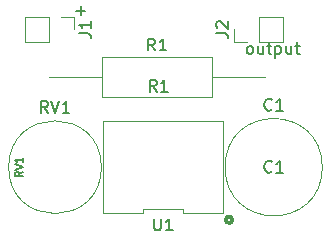
<source format=gto>
G04 #@! TF.GenerationSoftware,KiCad,Pcbnew,(5.1.5)-3*
G04 #@! TF.CreationDate,2020-05-23T13:54:13+05:30*
G04 #@! TF.ProjectId,555 square wave,35353520-7371-4756-9172-652077617665,rev?*
G04 #@! TF.SameCoordinates,Original*
G04 #@! TF.FileFunction,Legend,Top*
G04 #@! TF.FilePolarity,Positive*
%FSLAX46Y46*%
G04 Gerber Fmt 4.6, Leading zero omitted, Abs format (unit mm)*
G04 Created by KiCad (PCBNEW (5.1.5)-3) date 2020-05-23 13:54:13*
%MOMM*%
%LPD*%
G04 APERTURE LIST*
%ADD10C,0.150000*%
%ADD11C,0.300000*%
%ADD12C,0.120000*%
G04 APERTURE END LIST*
D10*
X138335000Y-93035380D02*
X138239761Y-92987761D01*
X138192142Y-92940142D01*
X138144523Y-92844904D01*
X138144523Y-92559190D01*
X138192142Y-92463952D01*
X138239761Y-92416333D01*
X138335000Y-92368714D01*
X138477857Y-92368714D01*
X138573095Y-92416333D01*
X138620714Y-92463952D01*
X138668333Y-92559190D01*
X138668333Y-92844904D01*
X138620714Y-92940142D01*
X138573095Y-92987761D01*
X138477857Y-93035380D01*
X138335000Y-93035380D01*
X139525476Y-92368714D02*
X139525476Y-93035380D01*
X139096904Y-92368714D02*
X139096904Y-92892523D01*
X139144523Y-92987761D01*
X139239761Y-93035380D01*
X139382619Y-93035380D01*
X139477857Y-92987761D01*
X139525476Y-92940142D01*
X139858809Y-92368714D02*
X140239761Y-92368714D01*
X140001666Y-92035380D02*
X140001666Y-92892523D01*
X140049285Y-92987761D01*
X140144523Y-93035380D01*
X140239761Y-93035380D01*
X140573095Y-92368714D02*
X140573095Y-93368714D01*
X140573095Y-92416333D02*
X140668333Y-92368714D01*
X140858809Y-92368714D01*
X140954047Y-92416333D01*
X141001666Y-92463952D01*
X141049285Y-92559190D01*
X141049285Y-92844904D01*
X141001666Y-92940142D01*
X140954047Y-92987761D01*
X140858809Y-93035380D01*
X140668333Y-93035380D01*
X140573095Y-92987761D01*
X141906428Y-92368714D02*
X141906428Y-93035380D01*
X141477857Y-92368714D02*
X141477857Y-92892523D01*
X141525476Y-92987761D01*
X141620714Y-93035380D01*
X141763571Y-93035380D01*
X141858809Y-92987761D01*
X141906428Y-92940142D01*
X142239761Y-92368714D02*
X142620714Y-92368714D01*
X142382619Y-92035380D02*
X142382619Y-92892523D01*
X142430238Y-92987761D01*
X142525476Y-93035380D01*
X142620714Y-93035380D01*
X123698047Y-89352428D02*
X124459952Y-89352428D01*
X124079000Y-89733380D02*
X124079000Y-88971476D01*
D11*
X136935981Y-107061000D02*
G75*
G03X136935981Y-107061000I-283981J0D01*
G01*
D12*
X144554000Y-102616000D02*
G75*
G03X144554000Y-102616000I-4120000J0D01*
G01*
X123488000Y-89872000D02*
X123488000Y-90932000D01*
X122428000Y-89872000D02*
X123488000Y-89872000D01*
X121428000Y-89872000D02*
X121428000Y-91992000D01*
X121428000Y-91992000D02*
X119368000Y-91992000D01*
X121428000Y-89872000D02*
X119368000Y-89872000D01*
X119368000Y-89872000D02*
X119368000Y-91992000D01*
X141236000Y-91992000D02*
X141236000Y-89872000D01*
X139176000Y-91992000D02*
X141236000Y-91992000D01*
X139176000Y-89872000D02*
X141236000Y-89872000D01*
X139176000Y-91992000D02*
X139176000Y-89872000D01*
X138176000Y-91992000D02*
X137116000Y-91992000D01*
X137116000Y-91992000D02*
X137116000Y-90932000D01*
X139676000Y-94996000D02*
X135176000Y-94996000D01*
X121436000Y-94996000D02*
X125936000Y-94996000D01*
X135176000Y-93276000D02*
X125936000Y-93276000D01*
X135176000Y-96716000D02*
X135176000Y-93276000D01*
X125936000Y-96716000D02*
X135176000Y-96716000D01*
X125936000Y-93276000D02*
X125936000Y-96716000D01*
X125850000Y-102616000D02*
G75*
G03X125850000Y-102616000I-3930000J0D01*
G01*
X132750666Y-106521000D02*
X136124000Y-106521000D01*
X132750666Y-106161000D02*
X132750666Y-106521000D01*
X129377334Y-106161000D02*
X132750666Y-106161000D01*
X129377334Y-106521000D02*
X129377334Y-106161000D01*
X126004000Y-106520999D02*
X129377334Y-106521000D01*
X126004000Y-98711000D02*
X126004000Y-106520999D01*
X136124000Y-98711001D02*
X126004000Y-98711000D01*
X136124000Y-106521000D02*
X136124000Y-98711001D01*
D10*
X140267333Y-97723142D02*
X140219714Y-97770761D01*
X140076857Y-97818380D01*
X139981619Y-97818380D01*
X139838761Y-97770761D01*
X139743523Y-97675523D01*
X139695904Y-97580285D01*
X139648285Y-97389809D01*
X139648285Y-97246952D01*
X139695904Y-97056476D01*
X139743523Y-96961238D01*
X139838761Y-96866000D01*
X139981619Y-96818380D01*
X140076857Y-96818380D01*
X140219714Y-96866000D01*
X140267333Y-96913619D01*
X141219714Y-97818380D02*
X140648285Y-97818380D01*
X140934000Y-97818380D02*
X140934000Y-96818380D01*
X140838761Y-96961238D01*
X140743523Y-97056476D01*
X140648285Y-97104095D01*
X140267333Y-102973142D02*
X140219714Y-103020761D01*
X140076857Y-103068380D01*
X139981619Y-103068380D01*
X139838761Y-103020761D01*
X139743523Y-102925523D01*
X139695904Y-102830285D01*
X139648285Y-102639809D01*
X139648285Y-102496952D01*
X139695904Y-102306476D01*
X139743523Y-102211238D01*
X139838761Y-102116000D01*
X139981619Y-102068380D01*
X140076857Y-102068380D01*
X140219714Y-102116000D01*
X140267333Y-102163619D01*
X141219714Y-103068380D02*
X140648285Y-103068380D01*
X140934000Y-103068380D02*
X140934000Y-102068380D01*
X140838761Y-102211238D01*
X140743523Y-102306476D01*
X140648285Y-102354095D01*
X123940380Y-91265333D02*
X124654666Y-91265333D01*
X124797523Y-91312952D01*
X124892761Y-91408190D01*
X124940380Y-91551047D01*
X124940380Y-91646285D01*
X124940380Y-90265333D02*
X124940380Y-90836761D01*
X124940380Y-90551047D02*
X123940380Y-90551047D01*
X124083238Y-90646285D01*
X124178476Y-90741523D01*
X124226095Y-90836761D01*
X135568380Y-91265333D02*
X136282666Y-91265333D01*
X136425523Y-91312952D01*
X136520761Y-91408190D01*
X136568380Y-91551047D01*
X136568380Y-91646285D01*
X135663619Y-90836761D02*
X135616000Y-90789142D01*
X135568380Y-90693904D01*
X135568380Y-90455809D01*
X135616000Y-90360571D01*
X135663619Y-90312952D01*
X135758857Y-90265333D01*
X135854095Y-90265333D01*
X135996952Y-90312952D01*
X136568380Y-90884380D01*
X136568380Y-90265333D01*
X130389333Y-92728380D02*
X130056000Y-92252190D01*
X129817904Y-92728380D02*
X129817904Y-91728380D01*
X130198857Y-91728380D01*
X130294095Y-91776000D01*
X130341714Y-91823619D01*
X130389333Y-91918857D01*
X130389333Y-92061714D01*
X130341714Y-92156952D01*
X130294095Y-92204571D01*
X130198857Y-92252190D01*
X129817904Y-92252190D01*
X131341714Y-92728380D02*
X130770285Y-92728380D01*
X131056000Y-92728380D02*
X131056000Y-91728380D01*
X130960761Y-91871238D01*
X130865523Y-91966476D01*
X130770285Y-92014095D01*
X130516333Y-96210380D02*
X130183000Y-95734190D01*
X129944904Y-96210380D02*
X129944904Y-95210380D01*
X130325857Y-95210380D01*
X130421095Y-95258000D01*
X130468714Y-95305619D01*
X130516333Y-95400857D01*
X130516333Y-95543714D01*
X130468714Y-95638952D01*
X130421095Y-95686571D01*
X130325857Y-95734190D01*
X129944904Y-95734190D01*
X131468714Y-96210380D02*
X130897285Y-96210380D01*
X131183000Y-96210380D02*
X131183000Y-95210380D01*
X131087761Y-95353238D01*
X130992523Y-95448476D01*
X130897285Y-95496095D01*
X121324761Y-98008380D02*
X120991428Y-97532190D01*
X120753333Y-98008380D02*
X120753333Y-97008380D01*
X121134285Y-97008380D01*
X121229523Y-97056000D01*
X121277142Y-97103619D01*
X121324761Y-97198857D01*
X121324761Y-97341714D01*
X121277142Y-97436952D01*
X121229523Y-97484571D01*
X121134285Y-97532190D01*
X120753333Y-97532190D01*
X121610476Y-97008380D02*
X121943809Y-98008380D01*
X122277142Y-97008380D01*
X123134285Y-98008380D02*
X122562857Y-98008380D01*
X122848571Y-98008380D02*
X122848571Y-97008380D01*
X122753333Y-97151238D01*
X122658095Y-97246476D01*
X122562857Y-97294095D01*
X119200571Y-103008857D02*
X118886285Y-103228857D01*
X119200571Y-103386000D02*
X118540571Y-103386000D01*
X118540571Y-103134571D01*
X118572000Y-103071714D01*
X118603428Y-103040285D01*
X118666285Y-103008857D01*
X118760571Y-103008857D01*
X118823428Y-103040285D01*
X118854857Y-103071714D01*
X118886285Y-103134571D01*
X118886285Y-103386000D01*
X118540571Y-102820285D02*
X119200571Y-102600285D01*
X118540571Y-102380285D01*
X119200571Y-101814571D02*
X119200571Y-102191714D01*
X119200571Y-102003142D02*
X118540571Y-102003142D01*
X118634857Y-102066000D01*
X118697714Y-102128857D01*
X118729142Y-102191714D01*
X130302095Y-106973380D02*
X130302095Y-107782904D01*
X130349714Y-107878142D01*
X130397333Y-107925761D01*
X130492571Y-107973380D01*
X130683047Y-107973380D01*
X130778285Y-107925761D01*
X130825904Y-107878142D01*
X130873523Y-107782904D01*
X130873523Y-106973380D01*
X131873523Y-107973380D02*
X131302095Y-107973380D01*
X131587809Y-107973380D02*
X131587809Y-106973380D01*
X131492571Y-107116238D01*
X131397333Y-107211476D01*
X131302095Y-107259095D01*
M02*

</source>
